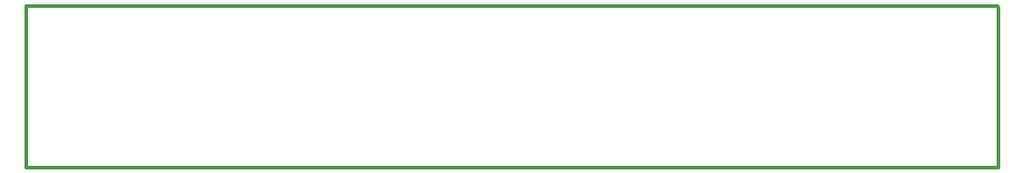
<source format=gbr>
G04 (created by PCBNEW-RS274X (2012-apr-16-27)-stable) date Sun 05 Jan 2014 01:48:33 PM CET*
G01*
G70*
G90*
%MOIN*%
G04 Gerber Fmt 3.4, Leading zero omitted, Abs format*
%FSLAX34Y34*%
G04 APERTURE LIST*
%ADD10C,0.006000*%
%ADD11C,0.015000*%
G04 APERTURE END LIST*
G54D10*
G54D11*
X35000Y-19000D02*
X35000Y-19050D01*
X35000Y-26500D02*
X35000Y-19000D01*
X80000Y-26500D02*
X35000Y-26500D01*
X80000Y-19050D02*
X80000Y-26500D01*
X35000Y-19000D02*
X79950Y-19000D01*
M02*

</source>
